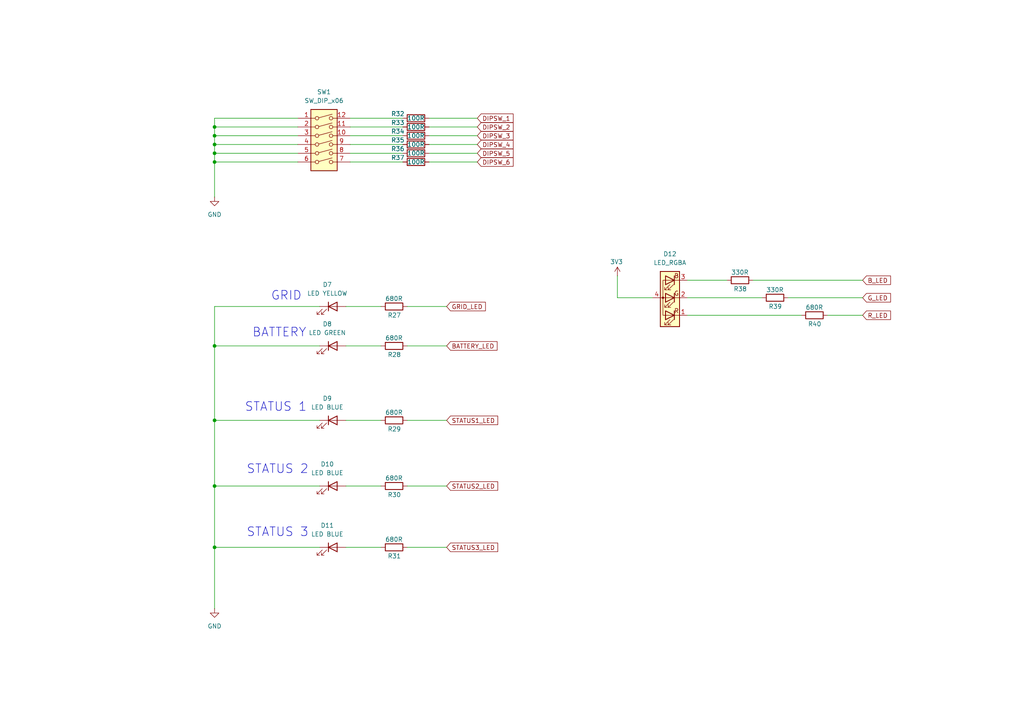
<source format=kicad_sch>
(kicad_sch (version 20250114) (generator "eeschema") (generator_version "9.0")
  (paper "A4")
  (lib_symbols
    (symbol "Device:LED" (pin_numbers (hide yes)) (pin_names (offset 1.016) (hide yes))
      (property "Reference" "D" (at 0 2.54 0))
      (property "Value" "LED" (at 0 -2.54 0))
      (symbol "LED_0_1"
        (polyline (pts (xy -3.048 -0.762) (xy -4.572 -2.286) (xy -3.81 -2.286) (xy -4.572 -2.286) (xy -4.572 -1.524)))
        (polyline (pts (xy -1.778 -0.762) (xy -3.302 -2.286) (xy -2.54 -2.286) (xy -3.302 -2.286) (xy -3.302 -1.524)))
        (polyline (pts (xy -1.27 0) (xy 1.27 0)))
        (polyline (pts (xy -1.27 -1.27) (xy -1.27 1.27)) (stroke (width 0.254)))
        (polyline (pts (xy 1.27 -1.27) (xy 1.27 1.27) (xy -1.27 0) (xy 1.27 -1.27)) (stroke (width 0.254)))
      )
      (symbol "LED_1_1"
        (pin passive line (at -3.81 0 0) (length 2.54) (name "K") (number "1"))
        (pin passive line (at 3.81 0 180) (length 2.54) (name "A") (number "2"))
      )
    )
    (symbol "Device:LED_RGBA" (pin_names (offset 0) (hide yes))
      (property "Reference" "D" (at 0 9.398 0))
      (property "Value" "LED_RGBA" (at 0 -8.89 0))
      (symbol "LED_RGBA_0_0"
        (text "R" (at -1.905 3.81 0) (effects (font (size 1.27 1.27))))
        (text "G" (at -1.905 -1.27 0) (effects (font (size 1.27 1.27))))
        (text "B" (at -1.905 -6.35 0) (effects (font (size 1.27 1.27))))
      )
      (symbol "LED_RGBA_0_1"
        (polyline (pts (xy -1.27 6.35) (xy -1.27 3.81)) (stroke (width 0.254)))
        (polyline (pts (xy -1.27 6.35) (xy -1.27 3.81) (xy -1.27 3.81)))
        (polyline (pts (xy -1.27 5.08) (xy -2.54 5.08)))
        (polyline (pts (xy -1.27 5.08) (xy 1.27 5.08)))
        (polyline (pts (xy -1.27 1.27) (xy -1.27 -1.27)) (stroke (width 0.254)))
        (polyline (pts (xy -1.27 1.27) (xy -1.27 -1.27) (xy -1.27 -1.27)))
        (polyline (pts (xy -1.27 0) (xy -2.54 0)))
        (polyline (pts (xy -1.27 -3.81) (xy -1.27 -6.35)) (stroke (width 0.254)))
        (polyline (pts (xy -1.27 -5.08) (xy -2.54 -5.08)))
        (polyline (pts (xy -1.27 -5.08) (xy 1.27 -5.08)))
        (polyline (pts (xy -1.016 6.35) (xy 0.508 7.874) (xy -0.254 7.874) (xy 0.508 7.874) (xy 0.508 7.112)))
        (polyline (pts (xy -1.016 1.27) (xy 0.508 2.794) (xy -0.254 2.794) (xy 0.508 2.794) (xy 0.508 2.032)))
        (polyline (pts (xy -1.016 -3.81) (xy 0.508 -2.286) (xy -0.254 -2.286) (xy 0.508 -2.286) (xy 0.508 -3.048)))
        (polyline (pts (xy 0 6.35) (xy 1.524 7.874) (xy 0.762 7.874) (xy 1.524 7.874) (xy 1.524 7.112)))
        (polyline (pts (xy 0 1.27) (xy 1.524 2.794) (xy 0.762 2.794) (xy 1.524 2.794) (xy 1.524 2.032)))
        (polyline (pts (xy 0 -3.81) (xy 1.524 -2.286) (xy 0.762 -2.286) (xy 1.524 -2.286) (xy 1.524 -3.048)))
        (polyline (pts (xy 1.27 6.35) (xy 1.27 3.81) (xy -1.27 5.08) (xy 1.27 6.35)) (stroke (width 0.254)))
        (rectangle (start 1.27 6.35) (end 1.27 6.35))
        (rectangle (start 1.27 3.81) (end 1.27 6.35))
        (polyline (pts (xy 1.27 1.27) (xy 1.27 -1.27) (xy -1.27 0) (xy 1.27 1.27)) (stroke (width 0.254)))
        (rectangle (start 1.27 1.27) (end 1.27 1.27))
        (polyline (pts (xy 1.27 0) (xy -1.27 0)))
        (polyline (pts (xy 1.27 0) (xy 2.54 0)))
        (rectangle (start 1.27 -1.27) (end 1.27 1.27))
        (polyline (pts (xy 1.27 -3.81) (xy 1.27 -6.35) (xy -1.27 -5.08) (xy 1.27 -3.81)) (stroke (width 0.254)))
        (polyline (pts (xy 1.27 -5.08) (xy 2.032 -5.08) (xy 2.032 5.08) (xy 1.27 5.08)))
        (circle (center 2.032 0) (radius 0.254) (fill (type outline)))
        (rectangle (start 2.794 8.382) (end -2.794 -7.62) (stroke (width 0.254)) (fill (type background)))
      )
      (symbol "LED_RGBA_1_1"
        (pin passive line (at -5.08 5.08 0) (length 2.54) (name "RK") (number "1"))
        (pin passive line (at -5.08 0 0) (length 2.54) (name "GK") (number "2"))
        (pin passive line (at -5.08 -5.08 0) (length 2.54) (name "BK") (number "3"))
        (pin passive line (at 5.08 0 180) (length 2.54) (name "A") (number "4"))
      )
    )
    (symbol "Device:R" (pin_numbers (hide yes)) (pin_names (offset 0))
      (property "Reference" "R" (at 2.032 0 90))
      (property "Value" "R" (at 0 0 90))
      (symbol "R_0_1"
        (rectangle (start -1.016 -2.54) (end 1.016 2.54) (stroke (width 0.254)))
      )
      (symbol "R_1_1"
        (pin passive line (at 0 3.81 270) (length 1.27) (name "~") (number "1"))
        (pin passive line (at 0 -3.81 90) (length 1.27) (name "~") (number "2"))
      )
    )
    (symbol "Switch:SW_DIP_x06" (pin_names (offset 0) (hide yes))
      (property "Reference" "SW" (at 0 11.43 0))
      (property "Value" "SW_DIP_x06" (at 0 -8.89 0))
      (symbol "SW_DIP_x06_0_0"
        (circle (center -2.032 7.62) (radius 0.508))
        (circle (center -2.032 5.08) (radius 0.508))
        (circle (center -2.032 2.54) (radius 0.508))
        (circle (center -2.032 0) (radius 0.508))
        (circle (center -2.032 -2.54) (radius 0.508))
        (circle (center -2.032 -5.08) (radius 0.508))
        (polyline (pts (xy -1.524 7.747) (xy 2.3622 8.7884)))
        (polyline (pts (xy -1.524 5.207) (xy 2.3622 6.2484)))
        (polyline (pts (xy -1.524 2.667) (xy 2.3622 3.7084)))
        (polyline (pts (xy -1.524 0.127) (xy 2.3622 1.1684)))
        (polyline (pts (xy -1.524 -2.3876) (xy 2.3622 -1.3462)))
        (polyline (pts (xy -1.524 -4.9276) (xy 2.3622 -3.8862)))
        (circle (center 2.032 7.62) (radius 0.508))
        (circle (center 2.032 5.08) (radius 0.508))
        (circle (center 2.032 2.54) (radius 0.508))
        (circle (center 2.032 0) (radius 0.508))
        (circle (center 2.032 -2.54) (radius 0.508))
        (circle (center 2.032 -5.08) (radius 0.508))
      )
      (symbol "SW_DIP_x06_0_1"
        (rectangle (start -3.81 10.16) (end 3.81 -7.62) (stroke (width 0.254)) (fill (type background)))
      )
      (symbol "SW_DIP_x06_1_1"
        (pin passive line (at -7.62 7.62 0) (length 5.08) (name "~") (number "1"))
        (pin passive line (at -7.62 5.08 0) (length 5.08) (name "~") (number "2"))
        (pin passive line (at -7.62 2.54 0) (length 5.08) (name "~") (number "3"))
        (pin passive line (at -7.62 0 0) (length 5.08) (name "~") (number "4"))
        (pin passive line (at -7.62 -2.54 0) (length 5.08) (name "~") (number "5"))
        (pin passive line (at -7.62 -5.08 0) (length 5.08) (name "~") (number "6"))
        (pin passive line (at 7.62 7.62 180) (length 5.08) (name "~") (number "12"))
        (pin passive line (at 7.62 5.08 180) (length 5.08) (name "~") (number "11"))
        (pin passive line (at 7.62 2.54 180) (length 5.08) (name "~") (number "10"))
        (pin passive line (at 7.62 0 180) (length 5.08) (name "~") (number "9"))
        (pin passive line (at 7.62 -2.54 180) (length 5.08) (name "~") (number "8"))
        (pin passive line (at 7.62 -5.08 180) (length 5.08) (name "~") (number "7"))
      )
    )
    (symbol "power:GND" (power) (pin_numbers (hide yes)) (pin_names (offset 0) (hide yes))
      (property "Value" "GND" (at 0 -3.81 0))
      (symbol "GND_0_1"
        (polyline (pts (xy 0 0) (xy 0 -1.27) (xy 1.27 -1.27) (xy 0 -2.54) (xy -1.27 -1.27) (xy 0 -1.27)))
      )
      (symbol "GND_1_1"
        (pin power_in line (at 0 0 270) (length 0) (name "~") (number "1"))
      )
    )
    (symbol "power:VCC" (power) (pin_numbers (hide yes)) (pin_names (offset 0) (hide yes))
      (property "Value" "VCC" (at 0 3.556 0))
      (symbol "VCC_0_1"
        (polyline (pts (xy -0.762 1.27) (xy 0 2.54)))
        (polyline (pts (xy 0 2.54) (xy 0.762 1.27)))
        (polyline (pts (xy 0 0) (xy 0 2.54)))
      )
      (symbol "VCC_1_1"
        (pin power_in line (at 0 0 90) (length 0) (name "~") (number "1"))
      )
    )
  )
  (text "GRID\n" (at 83.058 85.852 0) (effects (font (size 2.54 2.54))))
  (text "STATUS 2\n" (at 80.518 136.144 0) (effects (font (size 2.54 2.54))))
  (text "STATUS 3\n" (at 80.518 154.432 0) (effects (font (size 2.54 2.54))))
  (text "STATUS 1" (at 80.01 118.11 0) (effects (font (size 2.54 2.54))))
  (text "BATTERY" (at 81.026 96.52 0) (effects (font (size 2.54 2.54))))
  (junction (at 62.23 46.99))
  (junction (at 62.23 44.45))
  (junction (at 62.23 121.92))
  (junction (at 62.23 39.37))
  (junction (at 62.23 41.91))
  (junction (at 62.23 100.33))
  (junction (at 62.23 158.75))
  (junction (at 62.23 36.83))
  (junction (at 62.23 140.97))
  (wire (pts (xy 62.23 46.99) (xy 86.36 46.99)))
  (wire (pts (xy 118.11 100.33) (xy 129.54 100.33)))
  (wire (pts (xy 124.46 41.91) (xy 138.43 41.91)))
  (wire (pts (xy 62.23 39.37) (xy 86.36 39.37)))
  (wire (pts (xy 228.6 86.36) (xy 250.19 86.36)))
  (wire (pts (xy 124.46 34.29) (xy 138.43 34.29)))
  (wire (pts (xy 124.46 46.99) (xy 138.43 46.99)))
  (wire (pts (xy 199.39 86.36) (xy 220.98 86.36)))
  (wire (pts (xy 199.39 81.28) (xy 210.82 81.28)))
  (wire (pts (xy 101.6 41.91) (xy 116.84 41.91)))
  (wire (pts (xy 118.11 140.97) (xy 129.54 140.97)))
  (wire (pts (xy 124.46 36.83) (xy 138.43 36.83)))
  (wire (pts (xy 62.23 46.99) (xy 62.23 57.15)))
  (wire (pts (xy 62.23 39.37) (xy 62.23 41.91)))
  (wire (pts (xy 199.39 91.44) (xy 232.41 91.44)))
  (wire (pts (xy 101.6 34.29) (xy 116.84 34.29)))
  (wire (pts (xy 101.6 39.37) (xy 116.84 39.37)))
  (wire (pts (xy 100.33 140.97) (xy 110.49 140.97)))
  (wire (pts (xy 240.03 91.44) (xy 250.19 91.44)))
  (wire (pts (xy 62.23 88.9) (xy 62.23 100.33)))
  (wire (pts (xy 118.11 158.75) (xy 129.54 158.75)))
  (wire (pts (xy 62.23 34.29) (xy 62.23 36.83)))
  (wire (pts (xy 86.36 34.29) (xy 62.23 34.29)))
  (wire (pts (xy 62.23 158.75) (xy 62.23 176.53)))
  (wire (pts (xy 100.33 158.75) (xy 110.49 158.75)))
  (wire (pts (xy 62.23 44.45) (xy 86.36 44.45)))
  (wire (pts (xy 179.07 80.01) (xy 179.07 86.36)))
  (wire (pts (xy 62.23 44.45) (xy 62.23 46.99)))
  (wire (pts (xy 124.46 39.37) (xy 138.43 39.37)))
  (wire (pts (xy 118.11 88.9) (xy 129.54 88.9)))
  (wire (pts (xy 62.23 100.33) (xy 92.71 100.33)))
  (wire (pts (xy 62.23 121.92) (xy 62.23 140.97)))
  (wire (pts (xy 62.23 88.9) (xy 92.71 88.9)))
  (wire (pts (xy 101.6 44.45) (xy 116.84 44.45)))
  (wire (pts (xy 62.23 158.75) (xy 92.71 158.75)))
  (wire (pts (xy 218.44 81.28) (xy 250.19 81.28)))
  (wire (pts (xy 62.23 41.91) (xy 62.23 44.45)))
  (wire (pts (xy 101.6 46.99) (xy 116.84 46.99)))
  (wire (pts (xy 62.23 100.33) (xy 62.23 121.92)))
  (wire (pts (xy 100.33 88.9) (xy 110.49 88.9)))
  (wire (pts (xy 124.46 44.45) (xy 138.43 44.45)))
  (wire (pts (xy 118.11 121.92) (xy 129.54 121.92)))
  (wire (pts (xy 62.23 36.83) (xy 62.23 39.37)))
  (wire (pts (xy 62.23 41.91) (xy 86.36 41.91)))
  (wire (pts (xy 100.33 100.33) (xy 110.49 100.33)))
  (wire (pts (xy 62.23 121.92) (xy 92.71 121.92)))
  (wire (pts (xy 100.33 121.92) (xy 110.49 121.92)))
  (wire (pts (xy 62.23 140.97) (xy 92.71 140.97)))
  (wire (pts (xy 62.23 140.97) (xy 62.23 158.75)))
  (wire (pts (xy 62.23 36.83) (xy 86.36 36.83)))
  (wire (pts (xy 101.6 36.83) (xy 116.84 36.83)))
  (wire (pts (xy 179.07 86.36) (xy 189.23 86.36)))
  (global_label "STATUS3_LED" (shape input) (at 129.54 158.75 0) (property "Intersheetrefs" "${INTERSHEET_REFS}" (effects (hide yes))))
  (global_label "R_LED" (shape input) (at 250.19 91.44 0) (property "Intersheetrefs" "${INTERSHEET_REFS}" (effects (hide yes))))
  (global_label "B_LED" (shape input) (at 250.19 81.28 0) (property "Intersheetrefs" "${INTERSHEET_REFS}" (effects (hide yes))))
  (global_label "BATTERY_LED" (shape input) (at 129.54 100.33 0) (property "Intersheetrefs" "${INTERSHEET_REFS}" (effects (hide yes))))
  (global_label "DIPSW_6" (shape input) (at 138.43 46.99 0) (property "Intersheetrefs" "${INTERSHEET_REFS}" (effects (hide yes))))
  (global_label "DIPSW_3" (shape input) (at 138.43 39.37 0) (property "Intersheetrefs" "${INTERSHEET_REFS}" (effects (hide yes))))
  (global_label "GRID_LED" (shape input) (at 129.54 88.9 0) (property "Intersheetrefs" "${INTERSHEET_REFS}" (effects (hide yes))))
  (global_label "DIPSW_4" (shape input) (at 138.43 41.91 0) (property "Intersheetrefs" "${INTERSHEET_REFS}" (effects (hide yes))))
  (global_label "G_LED" (shape input) (at 250.19 86.36 0) (property "Intersheetrefs" "${INTERSHEET_REFS}" (effects (hide yes))))
  (global_label "DIPSW_1" (shape input) (at 138.43 34.29 0) (property "Intersheetrefs" "${INTERSHEET_REFS}" (effects (hide yes))))
  (global_label "DIPSW_5" (shape input) (at 138.43 44.45 0) (property "Intersheetrefs" "${INTERSHEET_REFS}" (effects (hide yes))))
  (global_label "DIPSW_2" (shape input) (at 138.43 36.83 0) (property "Intersheetrefs" "${INTERSHEET_REFS}" (effects (hide yes))))
  (global_label "STATUS1_LED" (shape input) (at 129.54 121.92 0) (property "Intersheetrefs" "${INTERSHEET_REFS}" (effects (hide yes))))
  (global_label "STATUS2_LED" (shape input) (at 129.54 140.97 0) (property "Intersheetrefs" "${INTERSHEET_REFS}" (effects (hide yes))))
  (symbol (lib_id "Device:R") (at 114.3 100.33 90) (unit 1)
    (property "Reference" "R28" (at 116.332 102.87 90) (effects (justify left)))
    (property "Value" "680R" (at 116.84 98.044 90) (effects (justify left)))
    (property "Footprint" "Resistor_SMD:R_0603_1608Metric" (effects (hide yes)))
    (property "Description" "Resistor" (effects (hide yes)))
    (property "JLC_PN" "C25177" (effects (hide yes)))
  )
  (symbol (lib_id "Device:R") (at 114.3 140.97 90) (unit 1)
    (property "Reference" "R30" (at 116.332 143.51 90) (effects (justify left)))
    (property "Value" "680R" (at 116.84 138.684 90) (effects (justify left)))
    (property "Footprint" "Resistor_SMD:R_0603_1608Metric" (effects (hide yes)))
    (property "Description" "Resistor" (effects (hide yes)))
    (property "JLC_PN" "C25177" (effects (hide yes)))
  )
  (symbol (lib_id "Device:LED") (at 96.52 88.9 0) (unit 1)
    (property "Reference" "D7" (at 94.9325 82.55 0))
    (property "Value" "LED YELLOW" (at 94.9325 85.09 0))
    (property "Footprint" "LED_SMD:LED_0603_1608Metric" (effects (hide yes)))
    (property "Description" "Light emitting diode" (effects (hide yes)))
    (property "Sim.Pins" "1=K 2=A" (effects (hide yes)))
    (property "JLC_PN" "C2290" (effects (hide yes)))
  )
  (symbol (lib_id "power:GND") (at 62.23 57.15 0) (unit 1)
    (property "Reference" "#PWR064" (effects (hide yes)))
    (property "Value" "GND" (at 62.23 62.23 0))
    (property "Description" "Power symbol creates a global label with name \"GND\" , ground" (effects (hide yes)))
  )
  (symbol (lib_id "Device:R") (at 120.65 34.29 90) (unit 1)
    (property "Reference" "R32" (at 117.348 33.02 90) (effects (justify left)))
    (property "Value" "100R" (at 123.19 34.29 90) (effects (justify left)))
    (property "Footprint" "Resistor_SMD:R_0603_1608Metric" (effects (hide yes)))
    (property "Description" "Resistor" (effects (hide yes)))
    (property "JLC_PN" "C25138" (effects (hide yes)))
  )
  (symbol (lib_id "Device:R") (at 120.65 46.99 90) (unit 1)
    (property "Reference" "R37" (at 117.348 45.72 90) (effects (justify left)))
    (property "Value" "100R" (at 123.19 46.99 90) (effects (justify left)))
    (property "Footprint" "Resistor_SMD:R_0603_1608Metric" (effects (hide yes)))
    (property "Description" "Resistor" (effects (hide yes)))
    (property "JLC_PN" "C25138" (effects (hide yes)))
  )
  (symbol (lib_id "power:GND") (at 62.23 176.53 0) (unit 1)
    (property "Reference" "#PWR062" (effects (hide yes)))
    (property "Value" "GND" (at 62.23 181.61 0))
    (property "Description" "Power symbol creates a global label with name \"GND\" , ground" (effects (hide yes)))
  )
  (symbol (lib_id "Device:R") (at 114.3 121.92 90) (unit 1)
    (property "Reference" "R29" (at 116.332 124.46 90) (effects (justify left)))
    (property "Value" "680R" (at 116.84 119.634 90) (effects (justify left)))
    (property "Footprint" "Resistor_SMD:R_0603_1608Metric" (effects (hide yes)))
    (property "Description" "Resistor" (effects (hide yes)))
    (property "JLC_PN" "C25177" (effects (hide yes)))
  )
  (symbol (lib_id "Device:R") (at 120.65 44.45 90) (unit 1)
    (property "Reference" "R36" (at 117.348 43.18 90) (effects (justify left)))
    (property "Value" "100R" (at 123.19 44.45 90) (effects (justify left)))
    (property "Footprint" "Resistor_SMD:R_0603_1608Metric" (effects (hide yes)))
    (property "Description" "Resistor" (effects (hide yes)))
    (property "JLC_PN" "C25138" (effects (hide yes)))
  )
  (symbol (lib_id "Device:R") (at 114.3 88.9 90) (unit 1)
    (property "Reference" "R27" (at 116.332 91.44 90) (effects (justify left)))
    (property "Value" "680R" (at 116.84 86.614 90) (effects (justify left)))
    (property "Footprint" "Resistor_SMD:R_0603_1608Metric" (effects (hide yes)))
    (property "Description" "Resistor" (effects (hide yes)))
    (property "JLC_PN" "C25177" (effects (hide yes)))
  )
  (symbol (lib_id "Device:R") (at 236.22 91.44 90) (unit 1)
    (property "Reference" "R40" (at 238.252 93.98 90) (effects (justify left)))
    (property "Value" "680R" (at 238.76 89.154 90) (effects (justify left)))
    (property "Footprint" "Resistor_SMD:R_0603_1608Metric" (effects (hide yes)))
    (property "Description" "Resistor" (effects (hide yes)))
    (property "JLC_PN" "C25177" (effects (hide yes)))
  )
  (symbol (lib_id "Device:LED") (at 96.52 100.33 0) (unit 1)
    (property "Reference" "D8" (at 94.9325 93.98 0))
    (property "Value" "LED GREEN" (at 94.9325 96.52 0))
    (property "Footprint" "LED_SMD:LED_0603_1608Metric" (effects (hide yes)))
    (property "Description" "Light emitting diode" (effects (hide yes)))
    (property "Sim.Pins" "1=K 2=A" (effects (hide yes)))
    (property "JLC_PN" "C84267" (effects (hide yes)))
  )
  (symbol (lib_id "Device:LED") (at 96.52 121.92 0) (unit 1)
    (property "Reference" "D9" (at 94.9325 115.57 0))
    (property "Value" "LED BLUE" (at 94.9325 118.11 0))
    (property "Footprint" "LED_SMD:LED_0603_1608Metric" (effects (hide yes)))
    (property "Description" "Light emitting diode" (effects (hide yes)))
    (property "Sim.Pins" "1=K 2=A" (effects (hide yes)))
    (property "JLC_PN" "C2288" (effects (hide yes)))
  )
  (symbol (lib_id "Device:R") (at 114.3 158.75 90) (unit 1)
    (property "Reference" "R31" (at 116.332 161.29 90) (effects (justify left)))
    (property "Value" "680R" (at 116.84 156.464 90) (effects (justify left)))
    (property "Footprint" "Resistor_SMD:R_0603_1608Metric" (effects (hide yes)))
    (property "Description" "Resistor" (effects (hide yes)))
    (property "JLC_PN" "C25177" (effects (hide yes)))
  )
  (symbol (lib_id "Device:R") (at 224.79 86.36 90) (unit 1)
    (property "Reference" "R39" (at 226.822 88.9 90) (effects (justify left)))
    (property "Value" "330R" (at 227.33 84.074 90) (effects (justify left)))
    (property "Footprint" "Resistor_SMD:R_0603_1608Metric" (effects (hide yes)))
    (property "Description" "Resistor" (effects (hide yes)))
    (property "JLC_PN" "C12246 " (effects (hide yes)))
  )
  (symbol (lib_id "Device:R") (at 120.65 41.91 90) (unit 1)
    (property "Reference" "R35" (at 117.348 40.64 90) (effects (justify left)))
    (property "Value" "100R" (at 123.19 41.91 90) (effects (justify left)))
    (property "Footprint" "Resistor_SMD:R_0603_1608Metric" (effects (hide yes)))
    (property "Description" "Resistor" (effects (hide yes)))
    (property "JLC_PN" "C25138" (effects (hide yes)))
  )
  (symbol (lib_id "Switch:SW_DIP_x06") (at 93.98 41.91 0) (unit 1)
    (property "Reference" "SW1" (at 93.98 26.67 0))
    (property "Value" "SW_DIP_x06" (at 93.98 29.21 0))
    (property "Footprint" "Button_Switch_SMD:SW_DIP_SPSTx06_Slide_6.7x16.8mm_W8.61mm_P2.54mm_LowProfile" (effects (hide yes)))
    (property "Description" "6x DIP Switch, Single Pole Single Throw (SPST) switch, small symbol" (effects (hide yes)))
    (property "JLC_PN" "C3293169" (effects (hide yes)))
  )
  (symbol (lib_id "Device:LED") (at 96.52 140.97 0) (unit 1)
    (property "Reference" "D10" (at 94.9325 134.62 0))
    (property "Value" "LED BLUE" (at 94.9325 137.16 0))
    (property "Footprint" "LED_SMD:LED_0603_1608Metric" (effects (hide yes)))
    (property "Description" "Light emitting diode" (effects (hide yes)))
    (property "Sim.Pins" "1=K 2=A" (effects (hide yes)))
    (property "JLC_PN" "C2288" (effects (hide yes)))
  )
  (symbol (lib_id "Device:R") (at 120.65 39.37 90) (unit 1)
    (property "Reference" "R34" (at 117.348 38.1 90) (effects (justify left)))
    (property "Value" "100R" (at 123.19 39.37 90) (effects (justify left)))
    (property "Footprint" "Resistor_SMD:R_0603_1608Metric" (effects (hide yes)))
    (property "Description" "Resistor" (effects (hide yes)))
    (property "JLC_PN" "C25138" (effects (hide yes)))
  )
  (symbol (lib_id "Device:LED_RGBA") (at 194.31 86.36 180) (unit 1)
    (property "Reference" "D12" (at 194.31 73.66 0))
    (property "Value" "LED_RGBA" (at 194.31 76.2 0))
    (property "Footprint" "LED_SMD:LED_RGB_5050-6" (effects (hide yes)))
    (property "Description" "RGB LED, red/green/blue/anode" (effects (hide yes)))
    (property "JLC_PN" "C404286" (effects (hide yes)))
  )
  (symbol (lib_id "Device:R") (at 120.65 36.83 90) (unit 1)
    (property "Reference" "R33" (at 117.348 35.56 90) (effects (justify left)))
    (property "Value" "100R" (at 123.19 36.83 90) (effects (justify left)))
    (property "Footprint" "Resistor_SMD:R_0603_1608Metric" (effects (hide yes)))
    (property "Description" "Resistor" (effects (hide yes)))
    (property "JLC_PN" "C25138" (effects (hide yes)))
  )
  (symbol (lib_id "power:VCC") (at 179.07 80.01 0) (unit 1)
    (property "Reference" "#PWR065" (effects (hide yes)))
    (property "Value" "3V3" (at 178.816 75.946 0))
    (property "Description" "Power symbol creates a global label with name \"VCC\"" (effects (hide yes)))
  )
  (symbol (lib_id "Device:R") (at 214.63 81.28 90) (unit 1)
    (property "Reference" "R38" (at 216.662 83.82 90) (effects (justify left)))
    (property "Value" "330R" (at 217.17 78.994 90) (effects (justify left)))
    (property "Footprint" "Resistor_SMD:R_0603_1608Metric" (effects (hide yes)))
    (property "Description" "Resistor" (effects (hide yes)))
    (property "JLC_PN" "C12246 " (effects (hide yes)))
  )
  (symbol (lib_id "Device:LED") (at 96.52 158.75 0) (unit 1)
    (property "Reference" "D11" (at 94.9325 152.4 0))
    (property "Value" "LED BLUE" (at 94.9325 154.94 0))
    (property "Footprint" "LED_SMD:LED_0603_1608Metric" (effects (hide yes)))
    (property "Description" "Light emitting diode" (effects (hide yes)))
    (property "Sim.Pins" "1=K 2=A" (effects (hide yes)))
    (property "JLC_PN" "C2288" (effects (hide yes)))
  )
)
</source>
